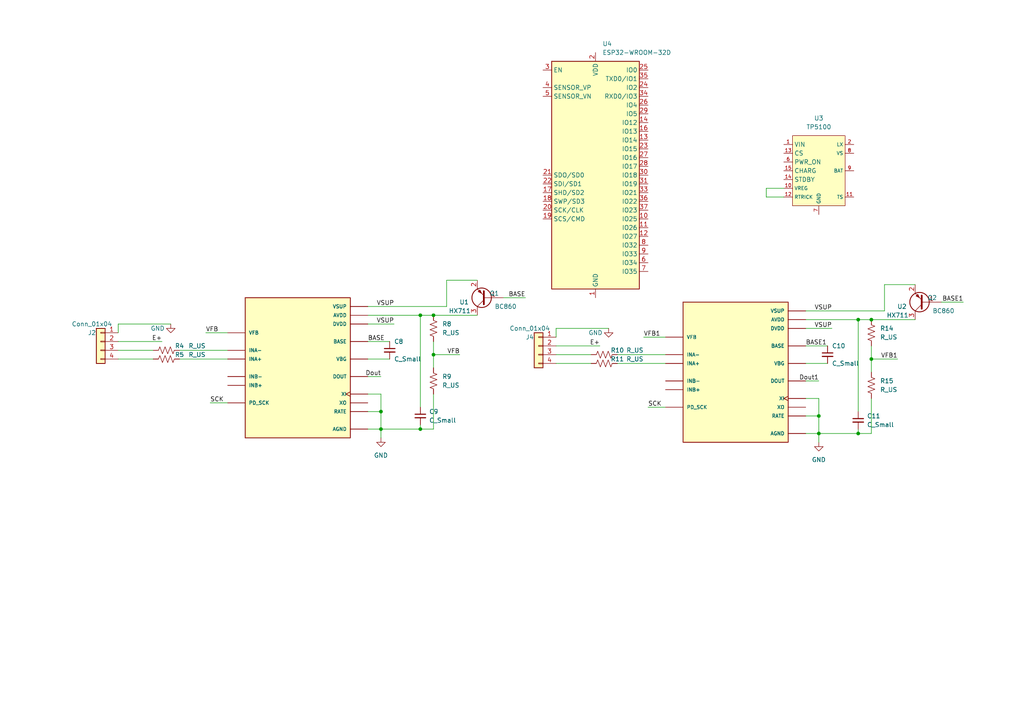
<source format=kicad_sch>
(kicad_sch (version 20211123) (generator eeschema)
  (paper "A4")
  (lib_symbols
    (symbol "Connector_Generic:Conn_01x04" (pin_names (offset 1.016) hide)
      (property "Reference" "J" (at 0 5.08 0))
      (property "Value" "Conn_01x04" (at 0 -7.62 0))
      (symbol "Conn_01x04_1_1"
        (rectangle (start -1.27 -4.953) (end 0 -5.207) (stroke (width 0.1524)))
        (rectangle (start -1.27 -2.413) (end 0 -2.667) (stroke (width 0.1524)))
        (rectangle (start -1.27 0.127) (end 0 -0.127) (stroke (width 0.1524)))
        (rectangle (start -1.27 2.667) (end 0 2.413) (stroke (width 0.1524)))
        (rectangle (start -1.27 3.81) (end 1.27 -6.35) (stroke (width 0.254)) (fill (type background)))
        (pin passive line (at -5.08 2.54 0) (length 3.81) (name "Pin_1") (number "1"))
        (pin passive line (at -5.08 0 0) (length 3.81) (name "Pin_2") (number "2"))
        (pin passive line (at -5.08 -2.54 0) (length 3.81) (name "Pin_3") (number "3"))
        (pin passive line (at -5.08 -5.08 0) (length 3.81) (name "Pin_4") (number "4"))
      )
    )
    (symbol "Device:C_Small" (pin_numbers hide) (pin_names (offset 0.254) hide)
      (property "Reference" "C" (at 0.254 1.778 0))
      (property "Value" "C_Small" (at 0.254 -2.032 0))
      (symbol "C_Small_0_1"
        (polyline (pts (xy -1.524 -0.508) (xy 1.524 -0.508)) (stroke (width 0.3302)))
        (polyline (pts (xy -1.524 0.508) (xy 1.524 0.508)) (stroke (width 0.3048)))
      )
      (symbol "C_Small_1_1"
        (pin passive line (at 0 2.54 270) (length 2.032) (name "~") (number "1"))
        (pin passive line (at 0 -2.54 90) (length 2.032) (name "~") (number "2"))
      )
    )
    (symbol "Device:R_US" (pin_numbers hide) (pin_names (offset 0))
      (property "Reference" "R" (at 2.54 0 90))
      (property "Value" "R_US" (at -2.54 0 90))
      (symbol "R_US_0_1"
        (polyline (pts (xy 0 -2.286) (xy 0 -2.54)))
        (polyline (pts (xy 0 2.286) (xy 0 2.54)))
        (polyline (pts (xy 0 -0.762) (xy 1.016 -1.143) (xy 0 -1.524) (xy -1.016 -1.905) (xy 0 -2.286)))
        (polyline (pts (xy 0 0.762) (xy 1.016 0.381) (xy 0 0) (xy -1.016 -0.381) (xy 0 -0.762)))
        (polyline (pts (xy 0 2.286) (xy 1.016 1.905) (xy 0 1.524) (xy -1.016 1.143) (xy 0 0.762)))
      )
      (symbol "R_US_1_1"
        (pin passive line (at 0 3.81 270) (length 1.27) (name "~") (number "1"))
        (pin passive line (at 0 -3.81 90) (length 1.27) (name "~") (number "2"))
      )
    )
    (symbol "HX711:HX711" (pin_numbers hide) (pin_names (offset 1.016))
      (property "Reference" "U" (at -15.24 22.86 0))
      (property "Value" "HX711" (at -15.24 -25.4 0))
      (symbol "HX711_0_0"
        (rectangle (start -15.24 -20.32) (end 15.24 20.32) (stroke (width 0.254)) (fill (type background)))
        (pin power_in line (at 20.32 17.78 180) (length 5.08) (name "VSUP") (number "1"))
        (pin input line (at -20.32 -5.08 0) (length 5.08) (name "INB+") (number "10"))
        (pin input line (at -20.32 -10.16 0) (length 5.08) (name "PD_SCK") (number "11"))
        (pin output line (at 20.32 -2.54 180) (length 5.08) (name "DOUT") (number "12"))
        (pin output line (at 20.32 -10.16 180) (length 5.08) (name "XO") (number "13"))
        (pin input clock (at 20.32 -7.62 180) (length 5.08) (name "XI") (number "14"))
        (pin input line (at 20.32 -12.7 180) (length 5.08) (name "RATE") (number "15"))
        (pin power_in line (at 20.32 12.7 180) (length 5.08) (name "DVDD") (number "16"))
        (pin output line (at 20.32 7.62 180) (length 5.08) (name "BASE") (number "2"))
        (pin power_in line (at 20.32 15.24 180) (length 5.08) (name "AVDD") (number "3"))
        (pin input line (at -20.32 10.16 0) (length 5.08) (name "VFB") (number "4"))
        (pin power_in line (at 20.32 -17.78 180) (length 5.08) (name "AGND") (number "5"))
        (pin output line (at 20.32 2.54 180) (length 5.08) (name "VBG") (number "6"))
        (pin input line (at -20.32 5.08 0) (length 5.08) (name "INA-") (number "7"))
        (pin input line (at -20.32 2.54 0) (length 5.08) (name "INA+") (number "8"))
        (pin input line (at -20.32 -2.54 0) (length 5.08) (name "INB-") (number "9"))
      )
    )
    (symbol "New_Library:TP5100"
      (property "Reference" "U" (at -13.97 0 0))
      (property "Value" "TP5100" (at -13.97 3.81 0))
      (symbol "TP5100_0_1"
        (rectangle (start -20.32 -1.27) (end -5.08 -21.59) (fill (type background)))
      )
      (symbol "TP5100_1_1"
        (pin input line (at -22.86 -3.81 0) (length 2.54) (name "VIN") (number "1"))
        (pin input line (at -22.86 -16.51 0) (length 2.54) (name "VREG") (number "10"))
        (pin input line (at -2.54 -19.05 180) (length 2.54) (name "TS") (number "11"))
        (pin input line (at -22.86 -19.05 0) (length 2.54) (name "RTRICK") (number "12"))
        (pin input line (at -22.86 -6.35 0) (length 2.54) (name "CS") (number "13"))
        (pin input line (at -22.86 -13.97 0) (length 2.54) (name "STDBY") (number "14"))
        (pin input line (at -22.86 -11.43 0) (length 2.54) (name "CHARG") (number "15"))
        (pin input line (at -2.54 -3.81 180) (length 2.54) (name "LX") (number "2"))
        (pin input line (at -22.86 -8.89 0) (length 2.54) (name "PWR_ON") (number "6"))
        (pin input line (at -12.7 -24.13 90) (length 2.54) (name "GND") (number "7"))
        (pin input line (at -2.54 -6.35 180) (length 2.54) (name "VS") (number "8"))
        (pin input line (at -2.54 -11.43 180) (length 2.54) (name "BAT") (number "9"))
      )
    )
    (symbol "RF_Module:ESP32-WROOM-32D"
      (property "Reference" "U" (at -12.7 34.29 0))
      (property "Value" "ESP32-WROOM-32D" (at 1.27 34.29 0))
      (symbol "ESP32-WROOM-32D_0_1"
        (rectangle (start -12.7 33.02) (end 12.7 -33.02) (stroke (width 0.254)) (fill (type background)))
      )
      (symbol "ESP32-WROOM-32D_1_1"
        (pin power_in line (at 0 -35.56 90) (length 2.54) (name "GND") (number "1"))
        (pin bidirectional line (at 15.24 -12.7 180) (length 2.54) (name "IO25") (number "10"))
        (pin bidirectional line (at 15.24 -15.24 180) (length 2.54) (name "IO26") (number "11"))
        (pin bidirectional line (at 15.24 -17.78 180) (length 2.54) (name "IO27") (number "12"))
        (pin bidirectional line (at 15.24 10.16 180) (length 2.54) (name "IO14") (number "13"))
        (pin bidirectional line (at 15.24 15.24 180) (length 2.54) (name "IO12") (number "14"))
        (pin passive line (at 0 -35.56 90) (length 2.54) hide (name "GND") (number "15"))
        (pin bidirectional line (at 15.24 12.7 180) (length 2.54) (name "IO13") (number "16"))
        (pin bidirectional line (at -15.24 -5.08 0) (length 2.54) (name "SHD/SD2") (number "17"))
        (pin bidirectional line (at -15.24 -7.62 0) (length 2.54) (name "SWP/SD3") (number "18"))
        (pin bidirectional line (at -15.24 -12.7 0) (length 2.54) (name "SCS/CMD") (number "19"))
        (pin power_in line (at 0 35.56 270) (length 2.54) (name "VDD") (number "2"))
        (pin bidirectional line (at -15.24 -10.16 0) (length 2.54) (name "SCK/CLK") (number "20"))
        (pin bidirectional line (at -15.24 0 0) (length 2.54) (name "SDO/SD0") (number "21"))
        (pin bidirectional line (at -15.24 -2.54 0) (length 2.54) (name "SDI/SD1") (number "22"))
        (pin bidirectional line (at 15.24 7.62 180) (length 2.54) (name "IO15") (number "23"))
        (pin bidirectional line (at 15.24 25.4 180) (length 2.54) (name "IO2") (number "24"))
        (pin bidirectional line (at 15.24 30.48 180) (length 2.54) (name "IO0") (number "25"))
        (pin bidirectional line (at 15.24 20.32 180) (length 2.54) (name "IO4") (number "26"))
        (pin bidirectional line (at 15.24 5.08 180) (length 2.54) (name "IO16") (number "27"))
        (pin bidirectional line (at 15.24 2.54 180) (length 2.54) (name "IO17") (number "28"))
        (pin bidirectional line (at 15.24 17.78 180) (length 2.54) (name "IO5") (number "29"))
        (pin input line (at -15.24 30.48 0) (length 2.54) (name "EN") (number "3"))
        (pin bidirectional line (at 15.24 0 180) (length 2.54) (name "IO18") (number "30"))
        (pin bidirectional line (at 15.24 -2.54 180) (length 2.54) (name "IO19") (number "31"))
        (pin no_connect line (at -12.7 -27.94 0) (length 2.54) hide (name "NC") (number "32"))
        (pin bidirectional line (at 15.24 -5.08 180) (length 2.54) (name "IO21") (number "33"))
        (pin bidirectional line (at 15.24 22.86 180) (length 2.54) (name "RXD0/IO3") (number "34"))
        (pin bidirectional line (at 15.24 27.94 180) (length 2.54) (name "TXD0/IO1") (number "35"))
        (pin bidirectional line (at 15.24 -7.62 180) (length 2.54) (name "IO22") (number "36"))
        (pin bidirectional line (at 15.24 -10.16 180) (length 2.54) (name "IO23") (number "37"))
        (pin passive line (at 0 -35.56 90) (length 2.54) hide (name "GND") (number "38"))
        (pin passive line (at 0 -35.56 90) (length 2.54) hide (name "GND") (number "39"))
        (pin input line (at -15.24 25.4 0) (length 2.54) (name "SENSOR_VP") (number "4"))
        (pin input line (at -15.24 22.86 0) (length 2.54) (name "SENSOR_VN") (number "5"))
        (pin input line (at 15.24 -25.4 180) (length 2.54) (name "IO34") (number "6"))
        (pin input line (at 15.24 -27.94 180) (length 2.54) (name "IO35") (number "7"))
        (pin bidirectional line (at 15.24 -20.32 180) (length 2.54) (name "IO32") (number "8"))
        (pin bidirectional line (at 15.24 -22.86 180) (length 2.54) (name "IO33") (number "9"))
      )
    )
    (symbol "Transistor_BJT:BC860" (pin_names (offset 0) hide)
      (property "Reference" "Q" (at 5.08 1.905 0))
      (property "Value" "BC860" (at 5.08 0 0))
      (symbol "BC860_0_1"
        (polyline (pts (xy 0.635 0.635) (xy 2.54 2.54)))
        (polyline (pts (xy 0.635 -0.635) (xy 2.54 -2.54) (xy 2.54 -2.54)))
        (polyline (pts (xy 0.635 1.905) (xy 0.635 -1.905) (xy 0.635 -1.905)) (stroke (width 0.508)))
        (polyline (pts (xy 2.286 -1.778) (xy 1.778 -2.286) (xy 1.27 -1.27) (xy 2.286 -1.778) (xy 2.286 -1.778)) (fill (type outline)))
        (circle (center 1.27 0) (radius 2.8194) (stroke (width 0.254)))
      )
      (symbol "BC860_1_1"
        (pin input line (at -5.08 0 0) (length 5.715) (name "B") (number "1"))
        (pin passive line (at 2.54 -5.08 90) (length 2.54) (name "E") (number "2"))
        (pin passive line (at 2.54 5.08 270) (length 2.54) (name "C") (number "3"))
      )
    )
    (symbol "power:GND" (power) (pin_names (offset 0))
      (property "Value" "GND" (at 0 -3.81 0))
      (symbol "GND_0_1"
        (polyline (pts (xy 0 0) (xy 0 -1.27) (xy 1.27 -1.27) (xy 0 -2.54) (xy -1.27 -1.27) (xy 0 -1.27)))
      )
      (symbol "GND_1_1"
        (pin power_in line (at 0 0 270) (length 0) hide (name "GND") (number "1"))
      )
    )
  )
  (junction (at 237.49 120.65))
  (junction (at 125.73 91.44))
  (junction (at 237.49 125.73))
  (junction (at 110.49 124.46))
  (junction (at 121.92 91.44))
  (junction (at 125.73 102.87))
  (junction (at 252.73 92.71))
  (junction (at 110.49 119.38))
  (junction (at 121.92 124.46))
  (junction (at 252.73 104.14))
  (junction (at 248.92 92.71))
  (junction (at 248.92 125.73))
  (wire (pts (xy 34.29 99.06) (xy 46.99 99.06)))
  (wire (pts (xy 106.68 88.9) (xy 129.54 88.9)))
  (wire (pts (xy 125.73 99.06) (xy 125.73 102.87)))
  (wire (pts (xy 110.49 114.3) (xy 110.49 119.38)))
  (wire (pts (xy 129.54 88.9) (xy 129.54 81.28)))
  (wire (pts (xy 237.49 125.73) (xy 233.68 125.73)))
  (wire (pts (xy 252.73 100.33) (xy 252.73 104.14)))
  (wire (pts (xy 233.68 115.57) (xy 237.49 115.57)))
  (wire (pts (xy 125.73 124.46) (xy 121.92 124.46)))
  (wire (pts (xy 106.68 109.22) (xy 110.49 109.22)))
  (wire (pts (xy 237.49 115.57) (xy 237.49 120.65)))
  (wire (pts (xy 110.49 119.38) (xy 106.68 119.38)))
  (wire (pts (xy 60.96 116.84) (xy 66.04 116.84)))
  (wire (pts (xy 121.92 124.46) (xy 110.49 124.46)))
  (wire (pts (xy 256.54 90.17) (xy 256.54 82.55)))
  (wire (pts (xy 121.92 91.44) (xy 125.73 91.44)))
  (wire (pts (xy 161.29 105.41) (xy 171.45 105.41)))
  (wire (pts (xy 237.49 120.65) (xy 233.68 120.65)))
  (wire (pts (xy 106.68 114.3) (xy 110.49 114.3)))
  (wire (pts (xy 237.49 125.73) (xy 237.49 128.27)))
  (wire (pts (xy 110.49 124.46) (xy 110.49 127)))
  (wire (pts (xy 187.96 118.11) (xy 193.04 118.11)))
  (wire (pts (xy 227.33 57.15) (xy 222.25 57.15)))
  (wire (pts (xy 59.69 96.52) (xy 66.04 96.52)))
  (wire (pts (xy 233.68 110.49) (xy 237.49 110.49)))
  (wire (pts (xy 106.68 93.98) (xy 114.3 93.98)))
  (wire (pts (xy 125.73 114.3) (xy 125.73 124.46)))
  (wire (pts (xy 161.29 97.79) (xy 161.29 95.25)))
  (wire (pts (xy 34.29 93.98) (xy 49.53 93.98)))
  (wire (pts (xy 125.73 91.44) (xy 138.43 91.44)))
  (wire (pts (xy 248.92 92.71) (xy 252.73 92.71)))
  (wire (pts (xy 106.68 104.14) (xy 113.03 104.14)))
  (wire (pts (xy 222.25 57.15) (xy 222.25 54.61)))
  (wire (pts (xy 121.92 123.19) (xy 121.92 124.46)))
  (wire (pts (xy 248.92 92.71) (xy 248.92 119.38)))
  (wire (pts (xy 161.29 95.25) (xy 176.53 95.25)))
  (wire (pts (xy 186.69 97.79) (xy 193.04 97.79)))
  (wire (pts (xy 248.92 124.46) (xy 248.92 125.73)))
  (wire (pts (xy 233.68 105.41) (xy 240.03 105.41)))
  (wire (pts (xy 161.29 100.33) (xy 173.99 100.33)))
  (wire (pts (xy 233.68 90.17) (xy 256.54 90.17)))
  (wire (pts (xy 110.49 119.38) (xy 110.49 124.46)))
  (wire (pts (xy 125.73 102.87) (xy 125.73 106.68)))
  (wire (pts (xy 121.92 91.44) (xy 121.92 118.11)))
  (wire (pts (xy 273.05 87.63) (xy 279.4 87.63)))
  (wire (pts (xy 34.29 101.6) (xy 44.45 101.6)))
  (wire (pts (xy 129.54 81.28) (xy 138.43 81.28)))
  (wire (pts (xy 179.07 102.87) (xy 193.04 102.87)))
  (wire (pts (xy 106.68 91.44) (xy 121.92 91.44)))
  (wire (pts (xy 222.25 54.61) (xy 227.33 54.61)))
  (wire (pts (xy 252.73 104.14) (xy 252.73 107.95)))
  (wire (pts (xy 252.73 115.57) (xy 252.73 125.73)))
  (wire (pts (xy 252.73 92.71) (xy 265.43 92.71)))
  (wire (pts (xy 233.68 92.71) (xy 248.92 92.71)))
  (wire (pts (xy 248.92 125.73) (xy 237.49 125.73)))
  (wire (pts (xy 179.07 105.41) (xy 193.04 105.41)))
  (wire (pts (xy 161.29 102.87) (xy 171.45 102.87)))
  (wire (pts (xy 237.49 120.65) (xy 237.49 125.73)))
  (wire (pts (xy 252.73 104.14) (xy 260.35 104.14)))
  (wire (pts (xy 52.07 104.14) (xy 66.04 104.14)))
  (wire (pts (xy 125.73 102.87) (xy 133.35 102.87)))
  (wire (pts (xy 252.73 125.73) (xy 248.92 125.73)))
  (wire (pts (xy 233.68 100.33) (xy 240.03 100.33)))
  (wire (pts (xy 110.49 124.46) (xy 106.68 124.46)))
  (wire (pts (xy 106.68 99.06) (xy 113.03 99.06)))
  (wire (pts (xy 146.05 86.36) (xy 152.4 86.36)))
  (wire (pts (xy 34.29 104.14) (xy 44.45 104.14)))
  (wire (pts (xy 52.07 101.6) (xy 66.04 101.6)))
  (wire (pts (xy 256.54 82.55) (xy 265.43 82.55)))
  (wire (pts (xy 34.29 96.52) (xy 34.29 93.98)))
  (wire (pts (xy 233.68 95.25) (xy 241.3 95.25)))
  (label "E+" (at 173.99 100.33 180))
  (label "VSUP" (at 109.22 88.9 0))
  (label "VSUP" (at 241.3 95.25 180))
  (label "VFB" (at 133.35 102.87 180))
  (label "VFB1" (at 186.69 97.79 0))
  (label "BASE" (at 152.4 86.36 180))
  (label "SCK" (at 60.96 116.84 0))
  (label "SCK" (at 187.96 118.11 0))
  (label "Dout1" (at 237.49 110.49 180))
  (label "VFB" (at 59.69 96.52 0))
  (label "BASE1" (at 279.4 87.63 180))
  (label "BASE" (at 106.68 99.06 0))
  (label "VSUP" (at 236.22 90.17 0))
  (label "VSUP" (at 114.3 93.98 180))
  (label "BASE1" (at 233.68 100.33 0))
  (label "Dout" (at 110.49 109.22 180))
  (label "E+" (at 46.99 99.06 180))
  (label "VFB1" (at 260.35 104.14 180))
  (symbol (lib_id "power:GND") (at 237.49 128.27 0) (unit 1)
    (property "Reference" "#PWR0106" (effects hide))
    (property "Value" "GND" (at 237.49 133.35 0))
  )
  (symbol (lib_id "Device:R_US") (at 48.26 104.14 90) (unit 1)
    (property "Reference" "R5" (at 52.07 102.87 90))
    (property "Value" "R_US" (at 57.15 102.87 90))
    (property "Footprint" "Resistor_SMD:R_0603_1608Metric_Pad0.98x0.95mm_HandSolder" (effects hide))
  )
  (symbol (lib_id "New_Library:TP5100") (at 250.19 38.1 0) (unit 1)
    (property "Reference" "U3" (at 237.49 34.29 0))
    (property "Value" "TP5100" (at 237.49 36.83 0))
    (property "Footprint" "Package_DFN_QFN:QFN-16-1EP_4x4mm_P0.65mm_EP2.5x2.5mm_ThermalVias" (effects hide))
  )
  (symbol (lib_id "power:GND") (at 176.53 95.25 0) (unit 1)
    (property "Reference" "#PWR0101" (effects hide))
    (property "Value" "GND" (at 172.72 96.52 0))
  )
  (symbol (lib_id "Device:R_US") (at 125.73 95.25 0) (unit 1)
    (property "Reference" "R8" (at 128.27 93.9799 0) (effects (justify left)))
    (property "Value" "R_US" (at 128.27 96.5199 0) (effects (justify left)))
    (property "Footprint" "Resistor_SMD:R_0603_1608Metric_Pad0.98x0.95mm_HandSolder" (effects hide))
  )
  (symbol (lib_id "Device:R_US") (at 175.26 105.41 90) (unit 1)
    (property "Reference" "R11" (at 179.07 104.14 90))
    (property "Value" "R_US" (at 184.15 104.14 90))
    (property "Footprint" "Resistor_SMD:R_0603_1608Metric_Pad0.98x0.95mm_HandSolder" (effects hide))
  )
  (symbol (lib_id "power:GND") (at 110.49 127 0) (unit 1)
    (property "Reference" "#PWR0103" (effects hide))
    (property "Value" "GND" (at 110.49 132.08 0))
  )
  (symbol (lib_id "Transistor_BJT:BC860") (at 140.97 86.36 180) (unit 1)
    (property "Reference" "Q1" (at 144.78 85.09 0) (effects (justify left)))
    (property "Value" "BC860" (at 149.86 88.9 0) (effects (justify left)))
    (property "Footprint" "Package_TO_SOT_SMD:SOT-23" (effects hide))
    (property "Datasheet" "http://www.infineon.com/dgdl/Infineon-BC857SERIES_BC858SERIES_BC859SERIES_BC860SERIES-DS-v01_01-en.pdf?fileId=db3a304314dca389011541da0e3a1661" (effects hide))
  )
  (symbol (lib_id "Device:R_US") (at 125.73 110.49 0) (unit 1)
    (property "Reference" "R9" (at 128.27 109.2199 0) (effects (justify left)))
    (property "Value" "R_US" (at 128.27 111.7599 0) (effects (justify left)))
    (property "Footprint" "Resistor_SMD:R_0603_1608Metric_Pad0.98x0.95mm_HandSolder" (effects hide))
  )
  (symbol (lib_id "RF_Module:ESP32-WROOM-32D") (at 172.72 50.8 0) (unit 1)
    (property "Reference" "U4" (at 174.7394 12.7 0) (effects (justify left)))
    (property "Value" "ESP32-WROOM-32D" (at 174.7394 15.24 0) (effects (justify left)))
    (property "Footprint" "RF_Module:ESP32-WROOM-32" (effects hide))
    (property "Datasheet" "https://www.espressif.com/sites/default/files/documentation/esp32-wroom-32d_esp32-wroom-32u_datasheet_en.pdf" (effects hide))
  )
  (symbol (lib_id "Device:R_US") (at 175.26 102.87 90) (unit 1)
    (property "Reference" "R10" (at 179.07 101.6 90))
    (property "Value" "R_US" (at 184.15 101.6 90))
    (property "Footprint" "Resistor_SMD:R_0603_1608Metric_Pad0.98x0.95mm_HandSolder" (effects hide))
  )
  (symbol (lib_id "HX711:HX711") (at 213.36 107.95 0) (unit 1)
    (property "Reference" "U2" (at 261.62 88.9 0))
    (property "Value" "HX711" (at 260.35 91.44 0))
    (property "Footprint" "HX711:SOP127P600X180-16N" (effects hide))
    (property "MAXIMUM_PACKAGE_HEIGHT" "1.8 mm" (effects hide))
    (property "STANDARD" "IPC-7351B" (effects hide))
    (property "PARTREV" "V2.0" (effects hide))
    (property "MANUFACTURER" "Avia Semiconductor" (effects hide))
    (property "SNAPEDA_PN" "HX711" (effects hide))
  )
  (symbol (lib_id "Connector_Generic:Conn_01x04") (at 156.21 100.33 0) (mirror y) (unit 1)
    (property "Reference" "J4" (at 153.67 97.79 0))
    (property "Value" "Conn_01x04" (at 153.67 95.25 0))
  )
  (symbol (lib_id "Device:C_Small") (at 248.92 121.92 0) (unit 1)
    (property "Reference" "C11" (at 251.46 120.6562 0) (effects (justify left)))
    (property "Value" "C_Small" (at 251.46 123.1962 0) (effects (justify left)))
    (property "Footprint" "Capacitor_SMD:C_0603_1608Metric_Pad1.08x0.95mm_HandSolder" (effects hide))
  )
  (symbol (lib_id "power:GND") (at 49.53 93.98 0) (unit 1)
    (property "Reference" "#PWR0105" (effects hide))
    (property "Value" "GND" (at 45.72 95.25 0))
  )
  (symbol (lib_id "Device:C_Small") (at 113.03 101.6 0) (unit 1)
    (property "Reference" "C8" (at 114.3 99.06 0) (effects (justify left)))
    (property "Value" "C_Small" (at 114.3 104.14 0) (effects (justify left)))
    (property "Footprint" "Capacitor_SMD:C_0603_1608Metric_Pad1.08x0.95mm_HandSolder" (effects hide))
  )
  (symbol (lib_id "Transistor_BJT:BC860") (at 267.97 87.63 180) (unit 1)
    (property "Reference" "Q2" (at 271.78 86.36 0) (effects (justify left)))
    (property "Value" "BC860" (at 276.86 90.17 0) (effects (justify left)))
    (property "Footprint" "Package_TO_SOT_SMD:SOT-23" (effects hide))
    (property "Datasheet" "http://www.infineon.com/dgdl/Infineon-BC857SERIES_BC858SERIES_BC859SERIES_BC860SERIES-DS-v01_01-en.pdf?fileId=db3a304314dca389011541da0e3a1661" (effects hide))
  )
  (symbol (lib_id "Device:R_US") (at 48.26 101.6 90) (unit 1)
    (property "Reference" "R4" (at 52.07 100.33 90))
    (property "Value" "R_US" (at 57.15 100.33 90))
    (property "Footprint" "Resistor_SMD:R_0603_1608Metric_Pad0.98x0.95mm_HandSolder" (effects hide))
  )
  (symbol (lib_id "Device:C_Small") (at 121.92 120.65 0) (unit 1)
    (property "Reference" "C9" (at 124.46 119.3862 0) (effects (justify left)))
    (property "Value" "C_Small" (at 124.46 121.9262 0) (effects (justify left)))
    (property "Footprint" "Capacitor_SMD:C_0603_1608Metric_Pad1.08x0.95mm_HandSolder" (effects hide))
  )
  (symbol (lib_id "Device:R_US") (at 252.73 111.76 0) (unit 1)
    (property "Reference" "R15" (at 255.27 110.4899 0) (effects (justify left)))
    (property "Value" "R_US" (at 255.27 113.0299 0) (effects (justify left)))
    (property "Footprint" "Resistor_SMD:R_0603_1608Metric_Pad0.98x0.95mm_HandSolder" (effects hide))
  )
  (symbol (lib_id "Device:R_US") (at 252.73 96.52 0) (unit 1)
    (property "Reference" "R14" (at 255.27 95.2499 0) (effects (justify left)))
    (property "Value" "R_US" (at 255.27 97.7899 0) (effects (justify left)))
    (property "Footprint" "Resistor_SMD:R_0603_1608Metric_Pad0.98x0.95mm_HandSolder" (effects hide))
  )
  (symbol (lib_id "Connector_Generic:Conn_01x04") (at 29.21 99.06 0) (mirror y) (unit 1)
    (property "Reference" "J2" (at 26.67 96.52 0))
    (property "Value" "Conn_01x04" (at 26.67 93.98 0))
  )
  (symbol (lib_id "HX711:HX711") (at 86.36 106.68 0) (unit 1)
    (property "Reference" "U1" (at 134.62 87.63 0))
    (property "Value" "HX711" (at 133.35 90.17 0))
    (property "Footprint" "HX711:SOP127P600X180-16N" (effects hide))
    (property "MAXIMUM_PACKAGE_HEIGHT" "1.8 mm" (effects hide))
    (property "STANDARD" "IPC-7351B" (effects hide))
    (property "PARTREV" "V2.0" (effects hide))
    (property "MANUFACTURER" "Avia Semiconductor" (effects hide))
    (property "SNAPEDA_PN" "HX711" (effects hide))
  )
  (symbol (lib_id "Device:C_Small") (at 240.03 102.87 0) (unit 1)
    (property "Reference" "C10" (at 241.3 100.33 0) (effects (justify left)))
    (property "Value" "C_Small" (at 241.3 105.41 0) (effects (justify left)))
    (property "Footprint" "Capacitor_SMD:C_0603_1608Metric_Pad1.08x0.95mm_HandSolder" (effects hide))
  )
)
</source>
